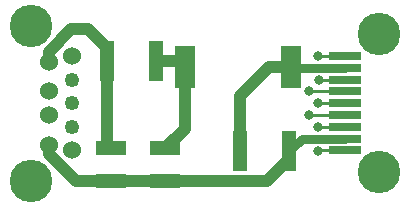
<source format=gbr>
G04 #@! TF.GenerationSoftware,KiCad,Pcbnew,(5.0.0-rc2-110-g9edfd25)*
G04 #@! TF.CreationDate,2018-06-15T17:47:30-07:00*
G04 #@! TF.ProjectId,USB-Power-Cleaner,5553422D506F7765722D436C65616E65,rev?*
G04 #@! TF.SameCoordinates,Original*
G04 #@! TF.FileFunction,Copper,L1,Top,Signal*
G04 #@! TF.FilePolarity,Positive*
%FSLAX46Y46*%
G04 Gerber Fmt 4.6, Leading zero omitted, Abs format (unit mm)*
G04 Created by KiCad (PCBNEW (5.0.0-rc2-110-g9edfd25)) date Friday, June 15, 2018 at 05:47:30 PM*
%MOMM*%
%LPD*%
G01*
G04 APERTURE LIST*
G04 #@! TA.AperFunction,SMDPad,CuDef*
%ADD10R,1.250000X3.400000*%
G04 #@! TD*
G04 #@! TA.AperFunction,SMDPad,CuDef*
%ADD11R,2.650000X1.250000*%
G04 #@! TD*
G04 #@! TA.AperFunction,SMDPad,CuDef*
%ADD12R,1.800000X3.600000*%
G04 #@! TD*
G04 #@! TA.AperFunction,ComponentPad*
%ADD13C,1.250000*%
G04 #@! TD*
G04 #@! TA.AperFunction,ComponentPad*
%ADD14C,1.524000*%
G04 #@! TD*
G04 #@! TA.AperFunction,ComponentPad*
%ADD15C,3.600000*%
G04 #@! TD*
G04 #@! TA.AperFunction,SMDPad,CuDef*
%ADD16R,2.780000X0.800000*%
G04 #@! TD*
G04 #@! TA.AperFunction,ViaPad*
%ADD17C,0.800000*%
G04 #@! TD*
G04 #@! TA.AperFunction,Conductor*
%ADD18C,1.000000*%
G04 #@! TD*
G04 #@! TA.AperFunction,Conductor*
%ADD19C,0.800000*%
G04 #@! TD*
G04 #@! TA.AperFunction,Conductor*
%ADD20C,0.250000*%
G04 #@! TD*
G04 APERTURE END LIST*
D10*
G04 #@! TO.P,C1,1*
G04 #@! TO.N,Net-(C1-Pad1)*
X186690000Y-91694000D03*
G04 #@! TO.P,C1,2*
G04 #@! TO.N,GND*
X190840000Y-91694000D03*
G04 #@! TD*
D11*
G04 #@! TO.P,C2,1*
G04 #@! TO.N,Net-(C2-Pad1)*
X180340000Y-91440000D03*
G04 #@! TO.P,C2,2*
G04 #@! TO.N,GND*
X180340000Y-94240000D03*
G04 #@! TD*
G04 #@! TO.P,C3,2*
G04 #@! TO.N,GND*
X175768000Y-94240000D03*
G04 #@! TO.P,C3,1*
G04 #@! TO.N,Net-(C3-Pad1)*
X175768000Y-91440000D03*
G04 #@! TD*
D12*
G04 #@! TO.P,L1,1*
G04 #@! TO.N,Net-(C1-Pad1)*
X191000000Y-84582000D03*
G04 #@! TO.P,L1,2*
G04 #@! TO.N,Net-(C2-Pad1)*
X182000000Y-84582000D03*
G04 #@! TD*
D10*
G04 #@! TO.P,L2,1*
G04 #@! TO.N,Net-(C3-Pad1)*
X175428000Y-84074000D03*
G04 #@! TO.P,L2,2*
G04 #@! TO.N,Net-(C2-Pad1)*
X179578000Y-84074000D03*
G04 #@! TD*
D13*
G04 #@! TO.P,J1,7*
G04 #@! TO.N,Net-(J1-Pad7)*
X172458000Y-87630000D03*
G04 #@! TO.P,J1,8*
G04 #@! TO.N,Net-(J1-Pad8)*
X172458000Y-85630000D03*
D14*
G04 #@! TO.P,J1,9*
G04 #@! TO.N,Net-(J1-Pad9)*
X172458000Y-83630000D03*
D13*
G04 #@! TO.P,J1,6*
G04 #@! TO.N,Net-(J1-Pad6)*
X172458000Y-89630000D03*
D14*
G04 #@! TO.P,J1,5*
G04 #@! TO.N,Net-(J1-Pad5)*
X172458000Y-91630000D03*
G04 #@! TO.P,J1,1*
G04 #@! TO.N,Net-(C3-Pad1)*
X170458000Y-84130000D03*
G04 #@! TO.P,J1,2*
G04 #@! TO.N,Net-(J1-Pad2)*
X170458000Y-86630000D03*
G04 #@! TO.P,J1,3*
G04 #@! TO.N,Net-(J1-Pad3)*
X170458000Y-88630000D03*
G04 #@! TO.P,J1,4*
G04 #@! TO.N,GND*
X170458000Y-91130000D03*
D15*
G04 #@! TO.P,J1,10*
G04 #@! TO.N,Net-(J1-Pad10)*
X168958000Y-94200000D03*
X168958000Y-81060000D03*
G04 #@! TD*
D16*
G04 #@! TO.P,J2,7*
G04 #@! TO.N,Net-(J1-Pad7)*
X195580000Y-87630000D03*
G04 #@! TO.P,J2,2*
G04 #@! TO.N,Net-(J1-Pad2)*
X195580000Y-86630000D03*
G04 #@! TO.P,J2,8*
G04 #@! TO.N,Net-(J1-Pad8)*
X195580000Y-85630000D03*
G04 #@! TO.P,J2,1*
G04 #@! TO.N,Net-(C1-Pad1)*
X195580000Y-84630000D03*
G04 #@! TO.P,J2,3*
G04 #@! TO.N,Net-(J1-Pad3)*
X195580000Y-88630000D03*
G04 #@! TO.P,J2,6*
G04 #@! TO.N,Net-(J1-Pad6)*
X195580000Y-89630000D03*
G04 #@! TO.P,J2,4*
G04 #@! TO.N,GND*
X195580000Y-90630000D03*
G04 #@! TO.P,J2,9*
G04 #@! TO.N,Net-(J1-Pad9)*
X195580000Y-83630000D03*
G04 #@! TO.P,J2,5*
G04 #@! TO.N,Net-(J1-Pad5)*
X195580000Y-91630000D03*
D15*
G04 #@! TO.P,J2,10*
G04 #@! TO.N,Net-(J1-Pad10)*
X198420000Y-81780000D03*
X198420000Y-93480000D03*
G04 #@! TD*
D17*
G04 #@! TO.N,Net-(J1-Pad7)*
X193294000Y-87652006D03*
G04 #@! TO.N,Net-(J1-Pad8)*
X193356231Y-85665305D03*
G04 #@! TO.N,Net-(J1-Pad9)*
X193294000Y-83630000D03*
G04 #@! TO.N,Net-(J1-Pad6)*
X193294000Y-89630000D03*
G04 #@! TO.N,Net-(J1-Pad5)*
X193294006Y-91694000D03*
G04 #@! TO.N,Net-(J1-Pad2)*
X192532000Y-86614000D03*
G04 #@! TO.N,Net-(J1-Pad3)*
X192532000Y-88646000D03*
G04 #@! TD*
D18*
G04 #@! TO.N,Net-(C1-Pad1)*
X186690000Y-91635000D02*
X186690000Y-92710000D01*
D19*
X191048000Y-84630000D02*
X195580000Y-84630000D01*
D18*
X191000000Y-84582000D02*
X191048000Y-84630000D01*
X186690000Y-88994000D02*
X186690000Y-91694000D01*
X186690000Y-86992000D02*
X186690000Y-88994000D01*
X189100000Y-84582000D02*
X186690000Y-86992000D01*
X191000000Y-84582000D02*
X189100000Y-84582000D01*
G04 #@! TO.N,GND*
X175768000Y-94240000D02*
X180340000Y-94240000D01*
D19*
X191904000Y-90630000D02*
X190840000Y-91694000D01*
X195580000Y-90630000D02*
X191904000Y-90630000D01*
D18*
X190840000Y-92370000D02*
X190840000Y-91694000D01*
X188976000Y-94234000D02*
X190840000Y-92370000D01*
X188300000Y-94234000D02*
X188976000Y-94234000D01*
X188294000Y-94240000D02*
X188300000Y-94234000D01*
X180340000Y-94240000D02*
X188294000Y-94240000D01*
X173443000Y-94240000D02*
X175768000Y-94240000D01*
X172726000Y-94240000D02*
X173443000Y-94240000D01*
X170458000Y-91972000D02*
X172726000Y-94240000D01*
X170458000Y-91130000D02*
X170458000Y-91972000D01*
G04 #@! TO.N,Net-(C2-Pad1)*
X181492000Y-84074000D02*
X182000000Y-84582000D01*
X179578000Y-84074000D02*
X181492000Y-84074000D01*
X182000000Y-89780000D02*
X180340000Y-91440000D01*
X182000000Y-84582000D02*
X182000000Y-89780000D01*
G04 #@! TO.N,Net-(C3-Pad1)*
X175428000Y-91100000D02*
X175768000Y-91440000D01*
X175428000Y-84074000D02*
X175428000Y-91100000D01*
X175428000Y-82999000D02*
X175428000Y-84074000D01*
X170458000Y-83288000D02*
X172372000Y-81374000D01*
X173803000Y-81374000D02*
X175428000Y-82999000D01*
X172372000Y-81374000D02*
X173803000Y-81374000D01*
X170458000Y-84130000D02*
X170458000Y-83288000D01*
D20*
G04 #@! TO.N,Net-(J1-Pad7)*
X195557994Y-87652006D02*
X195580000Y-87630000D01*
X193294000Y-87652006D02*
X195557994Y-87652006D01*
G04 #@! TO.N,Net-(J1-Pad8)*
X195580000Y-85630000D02*
X193391536Y-85630000D01*
X193391536Y-85630000D02*
X193356231Y-85665305D01*
G04 #@! TO.N,Net-(J1-Pad9)*
X193294000Y-83630000D02*
X195580000Y-83630000D01*
G04 #@! TO.N,Net-(J1-Pad6)*
X193294000Y-89630000D02*
X195580000Y-89630000D01*
G04 #@! TO.N,Net-(J1-Pad5)*
X195580000Y-91630000D02*
X193358006Y-91630000D01*
X193358006Y-91630000D02*
X193294006Y-91694000D01*
G04 #@! TO.N,Net-(J1-Pad2)*
X195580000Y-86630000D02*
X192548000Y-86630000D01*
X192548000Y-86630000D02*
X192532000Y-86614000D01*
G04 #@! TO.N,Net-(J1-Pad3)*
X192548000Y-88630000D02*
X192532000Y-88646000D01*
X195580000Y-88630000D02*
X192548000Y-88630000D01*
G04 #@! TD*
M02*

</source>
